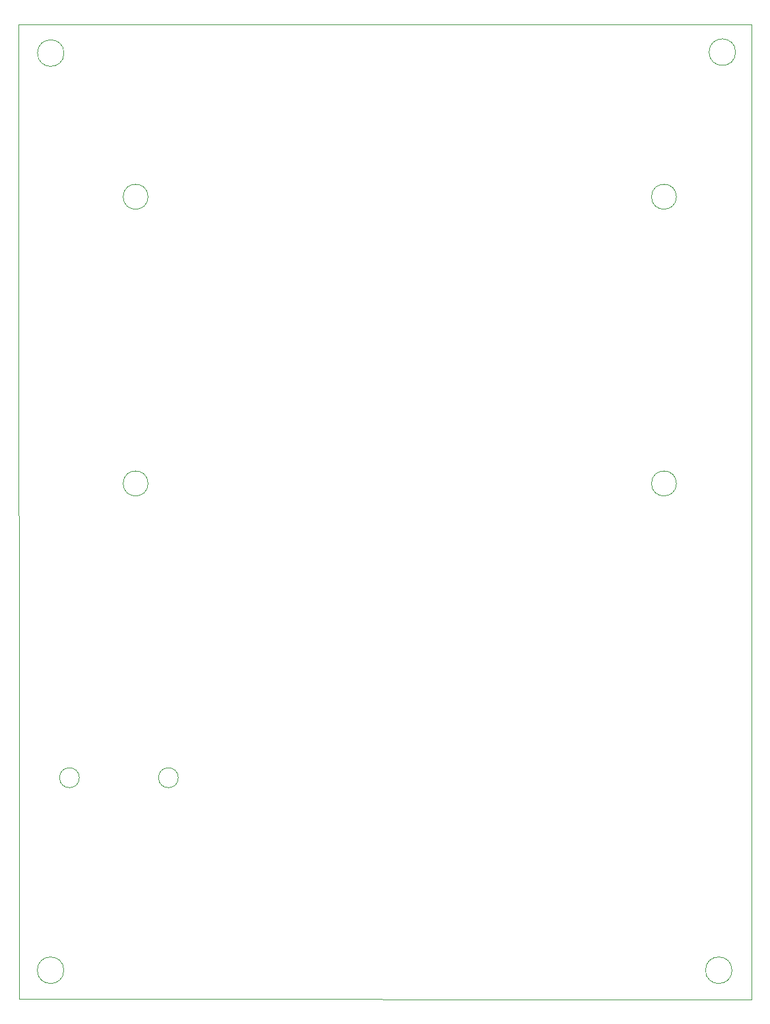
<source format=gbr>
%TF.GenerationSoftware,KiCad,Pcbnew,8.0.3*%
%TF.CreationDate,2024-08-23T11:34:52-06:00*%
%TF.ProjectId,MP3,4d50332e-6b69-4636-9164-5f7063625858,rev?*%
%TF.SameCoordinates,Original*%
%TF.FileFunction,Profile,NP*%
%FSLAX46Y46*%
G04 Gerber Fmt 4.6, Leading zero omitted, Abs format (unit mm)*
G04 Created by KiCad (PCBNEW 8.0.3) date 2024-08-23 11:34:52*
%MOMM*%
%LPD*%
G01*
G04 APERTURE LIST*
%TA.AperFunction,Profile*%
%ADD10C,0.050000*%
%TD*%
%TA.AperFunction,Profile*%
%ADD11C,0.100000*%
%TD*%
G04 APERTURE END LIST*
D10*
X196420000Y-151023300D02*
X102470000Y-150953300D01*
X102390000Y-26073300D02*
X196480000Y-26103300D01*
X193940000Y-147283300D02*
G75*
G02*
X190540000Y-147283300I-1700000J0D01*
G01*
X190540000Y-147283300D02*
G75*
G02*
X193940000Y-147283300I1700000J0D01*
G01*
X102470000Y-150953300D02*
X102390000Y-26073300D01*
X108200000Y-147283300D02*
G75*
G02*
X104800000Y-147283300I-1700000J0D01*
G01*
X104800000Y-147283300D02*
G75*
G02*
X108200000Y-147283300I1700000J0D01*
G01*
X194400000Y-29623300D02*
G75*
G02*
X191000000Y-29623300I-1700000J0D01*
G01*
X191000000Y-29623300D02*
G75*
G02*
X194400000Y-29623300I1700000J0D01*
G01*
X108220000Y-29743300D02*
G75*
G02*
X104820000Y-29743300I-1700000J0D01*
G01*
X104820000Y-29743300D02*
G75*
G02*
X108220000Y-29743300I1700000J0D01*
G01*
X196480000Y-26103300D02*
X196420000Y-151023300D01*
%TO.C,REF\u002A\u002A*%
X119009996Y-84899073D02*
G75*
G02*
X115809996Y-84899073I-1600000J0D01*
G01*
X115809996Y-84899073D02*
G75*
G02*
X119009996Y-84899073I1600000J0D01*
G01*
X119010000Y-48153300D02*
G75*
G02*
X115810000Y-48153300I-1600000J0D01*
G01*
X115810000Y-48153300D02*
G75*
G02*
X119010000Y-48153300I1600000J0D01*
G01*
X186809996Y-84899073D02*
G75*
G02*
X183609996Y-84899073I-1600000J0D01*
G01*
X183609996Y-84899073D02*
G75*
G02*
X186809996Y-84899073I1600000J0D01*
G01*
X186810000Y-48153300D02*
G75*
G02*
X183610000Y-48153300I-1600000J0D01*
G01*
X183610000Y-48153300D02*
G75*
G02*
X186810000Y-48153300I1600000J0D01*
G01*
D11*
%TO.C,MAX98357*%
X110187500Y-122614300D02*
G75*
G02*
X107647500Y-122614300I-1270000J0D01*
G01*
X107647500Y-122614300D02*
G75*
G02*
X110187500Y-122614300I1270000J0D01*
G01*
X122887500Y-122614300D02*
G75*
G02*
X120347500Y-122614300I-1270000J0D01*
G01*
X120347500Y-122614300D02*
G75*
G02*
X122887500Y-122614300I1270000J0D01*
G01*
%TD*%
M02*

</source>
